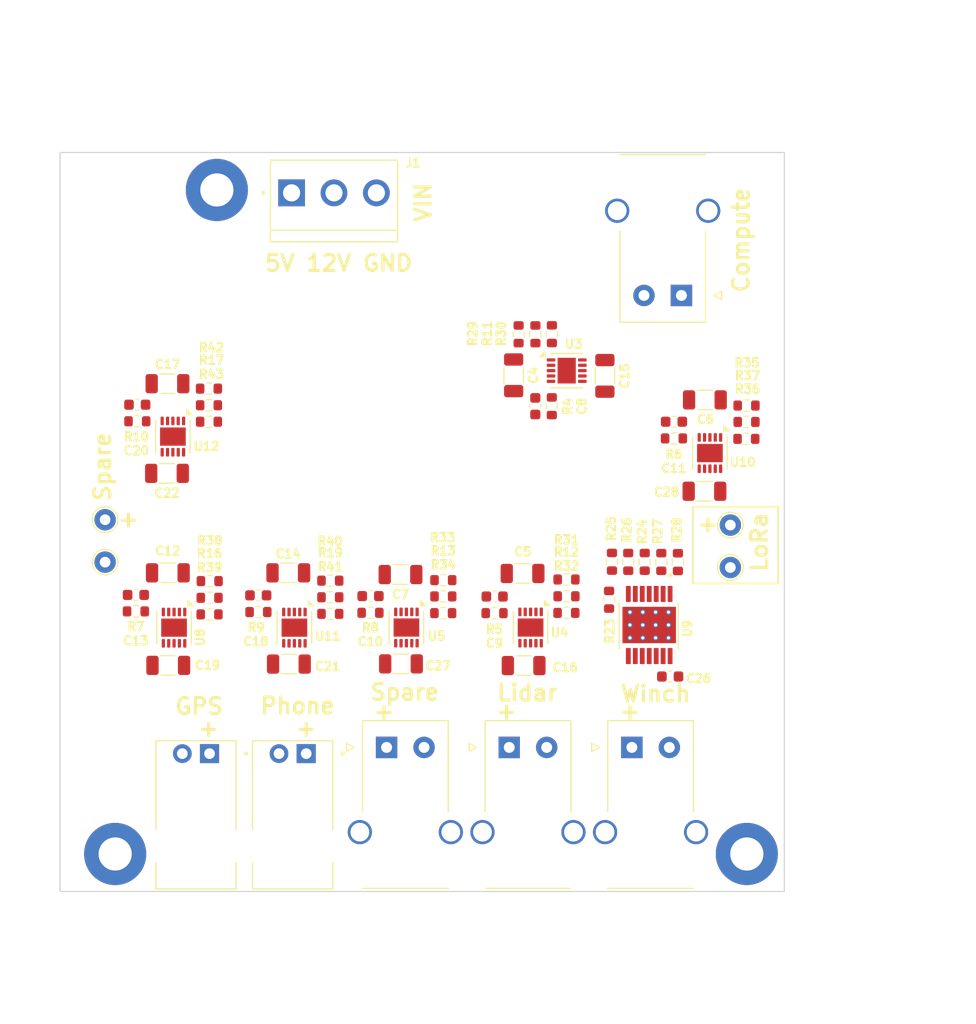
<source format=kicad_pcb>
(kicad_pcb (version 20241229) (generator "pcbnew") (generator_version "9.0")
  (layers (0 "F.Cu" signal) (4 "In1.Cu" power) (6 "In2.Cu" power) (2 "B.Cu" signal) (13 "F.Paste" user) (15 "B.Paste" user) (5 "F.SilkS" user "F.Silkscreen") (7 "B.SilkS" user "B.Silkscreen") (1 "F.Mask" user) (3 "B.Mask" user) (25 "Edge.Cuts" user))
  (net 0 "")
  (net 1 "GND")
  (net 2 "+12V")
  (net 3 "Net-(U3-SS)")
  (net 4 "Net-(U4-SS)")
  (net 5 "Net-(U5-SS)")
  (net 6 "Net-(U10-SS)")
  (net 7 "+5V")
  (net 8 "Net-(U8-SS)")
  (net 9 "/+12V-3A")
  (net 10 "/+12V-2.5A")
  (net 11 "Net-(U11-SS)")
  (net 12 "/+5V-2A")
  (net 13 "Net-(U12-SS)")
  (net 14 "/+5V-3A_1")
  (net 15 "/+5V-3A_2")
  (net 16 "/+12V-1A")
  (net 17 "/+12V-0.2A")
  (net 20 "Net-(U3-ILim)")
  (net 21 "Net-(U4-ILim)")
  (net 22 "Net-(U10-ILim)")
  (net 23 "Net-(U8-ILim)")
  (net 24 "Net-(U5-ILim)")
  (net 25 "Net-(U11-ILim)")
  (net 26 "Net-(U12-ILim)")
  (net 27 "Net-(U3-OVP)")
  (net 28 "Net-(U4-OVP)")
  (net 29 "Net-(U5-OVP)")
  (net 30 "Net-(U8-OVP)")
  (net 31 "Net-(U12-OVP)")
  (net 32 "Net-(U11-OVP)")
  (net 33 "Net-(U9-ILIM)")
  (net 34 "Net-(U9-~{FAULT})")
  (net 35 "Net-(U9-SNS)")
  (net 36 "Net-(U9-LATCH)")
  (net 37 "Net-(U9-DIAG_EN)")
  (net 38 "Net-(U9-EN)")
  (net 39 "Net-(U3-EN{slash}UVLO)")
  (net 40 "Net-(U4-EN{slash}UVLO)")
  (net 41 "Net-(U5-EN{slash}UVLO)")
  (net 42 "Net-(U10-EN{slash}UVLO)")
  (net 43 "Net-(U10-OVP)")
  (net 44 "Net-(U8-EN{slash}UVLO)")
  (net 45 "Net-(U11-EN{slash}UVLO)")
  (net 46 "Net-(U12-EN{slash}UVLO)")
  (net 52 "/+12V-7A")
  (footprint "Library:TestPoint_Loop_D2.50mm_Drill1.0mm" (layer "F.Cu") (at 102.562 87.2498)
    (property "Reference" "TP4" (hide yes))
    (property "Value" "Spare")
    (pad "1" thru_hole circle (at 0 0) (size 2 2) (drill 1) (layers "*.Cu" "*.Mask") (net 1 "GND"))
  )
  (footprint "Library:DFN-10-1EP_3x3mm_P0.5mm_EP1.7x2.5mm" (layer "F.Cu") (at 130.7045 93.3573 -90)
    (property "Reference" "U5" (at 0.7925 -2.8275 180) (layer "F.SilkS") (effects (font (size 0.8 0.8) (thickness 0.2))))
    (property "Value" "SIP32433ADN-T1E4")
    (pad "1" smd roundrect (at -1.4625 -1 270) (size 0.8 0.3) (layers "F.Cu" "F.Mask" "F.Paste") (net 2 "+12V"))
    (pad "2" smd roundrect (at -1.4625 -0.5 270) (size 0.8 0.3) (layers "F.Cu" "F.Mask" "F.Paste") (net 2 "+12V"))
    (pad "3" smd roundrect (at -1.4625 0 270) (size 0.8 0.3) (layers "F.Cu" "F.Mask" "F.Paste") (net 5 "Net-(U5-SS)"))
    (pad "4" smd roundrect (at -1.4625 0.5 270) (size 0.8 0.3) (layers "F.Cu" "F.Mask" "F.Paste") (net 41 "Net-(U5-EN{slash}UVLO)"))
    (pad "5" smd roundrect (at -1.4625 1 270) (size 0.8 0.3) (layers "F.Cu" "F.Mask" "F.Paste") (net 24 "Net-(U5-ILim)"))
    (pad "6" smd roundrect (at 1.4625 1 270) (size 0.8 0.3) (layers "F.Cu" "F.Mask" "F.Paste") (net 1 "GND"))
    (pad "7" smd roundrect (at 1.4625 0.5 270) (size 0.8 0.3) (layers "F.Cu" "F.Mask" "F.Paste") (net 29 "Net-(U5-OVP)"))
    (pad "8" smd roundrect (at 1.4625 0 270) (size 0.8 0.3) (layers "F.Cu" "F.Mask" "F.Paste"))
    (pad "9" smd roundrect (at 1.4625 -0.5 270) (size 0.8 0.3) (layers "F.Cu" "F.Mask" "F.Paste") (net 16 "/+12V-1A"))
    (pad "10" smd roundrect (at 1.4625 -1 270) (size 0.8 0.3) (layers "F.Cu" "F.Mask" "F.Paste") (net 16 "/+12V-1A"))
    (pad "11" smd rect (at 0 0 270) (size 1.7 2.4) (property pad_prop_heatsink) (layers "F.Cu" "F.Mask") (net 1 "GND"))
  )
  (footprint "Resistor_SMD:R_0603_1608Metric" (layer "F.Cu") (at 134.142 92.0098)
    (property "Reference" "R13" (at 0 -5.82 0) (layer "F.SilkS") (effects (font (size 0.8 0.8) (thickness 0.2))))
    (property "Value" "1k/0603/1%")
    (pad "1" smd roundrect (at -0.825 0) (size 0.8 0.95) (layers "F.Cu" "F.Mask" "F.Paste") (net 1 "GND"))
    (pad "2" smd roundrect (at 0.825 0) (size 0.8 0.95) (layers "F.Cu" "F.Mask" "F.Paste") (net 29 "Net-(U5-OVP)"))
  )
  (footprint "Capacitor_SMD:C_1206_3216Metric" (layer "F.Cu") (at 108.422 88.2498 180)
    (property "Reference" "C12" (at 0.01 2.05 0) (layer "F.SilkS") (effects (font (size 0.8 0.8) (thickness 0.2))))
    (property "Value" "10u/50V/1206")
    (pad "1" smd roundrect (at -1.475 0 180) (size 1.15 1.8) (layers "F.Cu" "F.Mask" "F.Paste") (roundrect_rratio 0.217391) (net 7 "+5V"))
    (pad "2" smd roundrect (at 1.475 0 180) (size 1.15 1.8) (layers "F.Cu" "F.Mask" "F.Paste") (roundrect_rratio 0.217391) (net 1 "GND"))
  )
  (footprint "Library:DFN-10-1EP_3x3mm_P0.5mm_EP1.7x2.5mm" (layer "F.Cu") (at 159.052 77.0673 -90)
    (property "Reference" "U10" (at 0.8425 -3.08 180) (layer "F.SilkS") (effects (font (size 0.8 0.8) (thickness 0.2))))
    (property "Value" "SIP32433ADN-T1E4")
    (pad "1" smd roundrect (at -1.4625 -1 270) (size 0.8 0.3) (layers "F.Cu" "F.Mask" "F.Paste") (net 2 "+12V"))
    (pad "2" smd roundrect (at -1.4625 -0.5 270) (size 0.8 0.3) (layers "F.Cu" "F.Mask" "F.Paste") (net 2 "+12V"))
    (pad "3" smd roundrect (at -1.4625 0 270) (size 0.8 0.3) (layers "F.Cu" "F.Mask" "F.Paste") (net 6 "Net-(U10-SS)"))
    (pad "4" smd roundrect (at -1.4625 0.5 270) (size 0.8 0.3) (layers "F.Cu" "F.Mask" "F.Paste") (net 42 "Net-(U10-EN{slash}UVLO)"))
    (pad "5" smd roundrect (at -1.4625 1 270) (size 0.8 0.3) (layers "F.Cu" "F.Mask" "F.Paste") (net 22 "Net-(U10-ILim)"))
    (pad "6" smd roundrect (at 1.4625 1 270) (size 0.8 0.3) (layers "F.Cu" "F.Mask" "F.Paste") (net 1 "GND"))
    (pad "7" smd roundrect (at 1.4625 0.5 270) (size 0.8 0.3) (layers "F.Cu" "F.Mask" "F.Paste") (net 43 "Net-(U10-OVP)"))
    (pad "8" smd roundrect (at 1.4625 0 270) (size 0.8 0.3) (layers "F.Cu" "F.Mask" "F.Paste"))
    (pad "9" smd roundrect (at 1.4625 -0.5 270) (size 0.8 0.3) (layers "F.Cu" "F.Mask" "F.Paste") (net 17 "/+12V-0.2A"))
    (pad "10" smd roundrect (at 1.4625 -1 270) (size 0.8 0.3) (layers "F.Cu" "F.Mask" "F.Paste") (net 17 "/+12V-0.2A"))
    (pad "11" smd rect (at 0 0 270) (size 1.7 2.4) (property pad_prop_heatsink) (layers "F.Cu" "F.Mask") (net 1 "GND"))
  )
  (footprint "Capacitor_SMD:C_1206_3216Metric" (layer "F.Cu") (at 119.672 88.2498 180)
    (property "Reference" "C14" (at 0 1.77 0) (layer "F.SilkS") (effects (font (size 0.8 0.8) (thickness 0.2))))
    (property "Value" "10u/50V/1206")
    (pad "1" smd roundrect (at -1.475 0 180) (size 1.15 1.8) (layers "F.Cu" "F.Mask" "F.Paste") (roundrect_rratio 0.217391) (net 7 "+5V"))
    (pad "2" smd roundrect (at 1.475 0 180) (size 1.15 1.8) (layers "F.Cu" "F.Mask" "F.Paste") (roundrect_rratio 0.217391) (net 1 "GND"))
  )
  (footprint "Capacitor_SMD:C_1206_3216Metric" (layer "F.Cu") (at 158.542 80.6298 180)
    (property "Reference" "C28" (at 3.54 -0.07 0) (layer "F.SilkS") (effects (font (size 0.8 0.8) (thickness 0.2))))
    (property "Value" "10u/50V/1206")
    (pad "1" smd roundrect (at -1.475 0 180) (size 1.15 1.8) (layers "F.Cu" "F.Mask" "F.Paste") (roundrect_rratio 0.217391) (net 17 "/+12V-0.2A"))
    (pad "2" smd roundrect (at 1.475 0 180) (size 1.15 1.8) (layers "F.Cu" "F.Mask" "F.Paste") (roundrect_rratio 0.217391) (net 1 "GND"))
  )
  (footprint "Resistor_SMD:R_0603_1608Metric" (layer "F.Cu") (at 151.422 87.2248 -90)
    (property "Reference" "R26" (at -2.975 0.13 90) (layer "F.SilkS") (effects (font (size 0.8 0.8) (thickness 0.2))))
    (property "Value" "4.99k/0603/1%")
    (pad "1" smd roundrect (at -0.825 0 270) (size 0.8 0.95) (layers "F.Cu" "F.Mask" "F.Paste") (net 7 "+5V"))
    (pad "2" smd roundrect (at 0.825 0 270) (size 0.8 0.95) (layers "F.Cu" "F.Mask" "F.Paste") (net 36 "Net-(U9-LATCH)"))
  )
  (footprint "Resistor_SMD:R_0603_1608Metric" (layer "F.Cu") (at 105.572 74.0998)
    (property "Reference" "R10" (at -0.095 1.44 0) (layer "F.SilkS") (effects (font (size 0.8 0.8) (thickness 0.2))))
    (property "Value" "1.8k/0603/1%")
    (pad "1" smd roundrect (at -0.825 0) (size 0.8 0.95) (layers "F.Cu" "F.Mask" "F.Paste") (net 1 "GND"))
    (pad "2" smd roundrect (at 0.825 0) (size 0.8 0.95) (layers "F.Cu" "F.Mask" "F.Paste") (net 26 "Net-(U12-ILim)"))
  )
  (footprint "Resistor_SMD:R_0603_1608Metric" (layer "F.Cu") (at 123.597 88.9798)
    (property "Reference" "R40" (at -0.035 -3.68 0) (layer "F.SilkS") (effects (font (size 0.8 0.8) (thickness 0.2))))
    (property "Value" "100k/0603/1%")
    (pad "1" smd roundrect (at -0.825 0) (size 0.8 0.95) (layers "F.Cu" "F.Mask" "F.Paste") (net 7 "+5V"))
    (pad "2" smd roundrect (at 0.825 0) (size 0.8 0.95) (layers "F.Cu" "F.Mask" "F.Paste") (net 45 "Net-(U11-EN{slash}UVLO)"))
  )
  (footprint "Library:DFN-10-1EP_3x3mm_P0.5mm_EP1.7x2.5mm" (layer "F.Cu") (at 145.6745 69.3698)
    (property "Reference" "U3" (at 0.6575 -2.48 0) (layer "F.SilkS") (effects (font (size 0.8 0.8) (thickness 0.2))))
    (property "Value" "SIP32433ADN-T1E4")
    (pad "1" smd roundrect (at -1.4625 -1) (size 0.8 0.3) (layers "F.Cu" "F.Mask" "F.Paste") (net 2 "+12V"))
    (pad "2" smd roundrect (at -1.4625 -0.5) (size 0.8 0.3) (layers "F.Cu" "F.Mask" "F.Paste") (net 2 "+12V"))
    (pad "3" smd roundrect (at -1.4625 0) (size 0.8 0.3) (layers "F.Cu" "F.Mask" "F.Paste") (net 3 "Net-(U3-SS)"))
    (pad "4" smd roundrect (at -1.4625 0.5) (size 0.8 0.3) (layers "F.Cu" "F.Mask" "F.Paste") (net 39 "Net-(U3-EN{slash}UVLO)"))
    (pad "5" smd roundrect (at -1.4625 1) (size 0.8 0.3) (layers "F.Cu" "F.Mask" "F.Paste") (net 20 "Net-(U3-ILim)"))
    (pad "6" smd roundrect (at 1.4625 1) (size 0.8 0.3) (layers "F.Cu" "F.Mask" "F.Paste") (net 1 "GND"))
    (pad "7" smd roundrect (at 1.4625 0.5) (size 0.8 0.3) (layers "F.Cu" "F.Mask" "F.Paste") (net 27 "Net-(U3-OVP)"))
    (pad "8" smd roundrect (at 1.4625 0) (size 0.8 0.3) (layers "F.Cu" "F.Mask" "F.Paste"))
    (pad "9" smd roundrect (at 1.4625 -0.5) (size 0.8 0.3) (layers "F.Cu" "F.Mask" "F.Paste") (net 9 "/+12V-3A"))
    (pad "10" smd roundrect (at 1.4625 -1) (size 0.8 0.3) (layers "F.Cu" "F.Mask" "F.Paste") (net 9 "/+12V-3A"))
    (pad "11" smd rect (at 0 0) (size 1.7 2.4) (property pad_prop_heatsink) (layers "F.Cu" "F.Mask") (net 1 "GND"))
  )
  (footprint "Resistor_SMD:R_0603_1608Metric" (layer "F.Cu") (at 145.647 91.9898)
    (property "Reference" "R12" (at 0 -5.69 0) (layer "F.SilkS") (effects (font (size 0.8 0.8) (thickness 0.2))))
    (property "Value" "1k/0603/1%")
    (pad "1" smd roundrect (at -0.825 0) (size 0.8 0.95) (layers "F.Cu" "F.Mask" "F.Paste") (net 1 "GND"))
    (pad "2" smd roundrect (at 0.825 0) (size 0.8 0.95) (layers "F.Cu" "F.Mask" "F.Paste") (net 28 "Net-(U4-OVP)"))
  )
  (footprint "Library:TE_5-104361-1" (layer "F.Cu") (at 121.343875 105.12905 180)
    (property "Reference" "Phone1" (hide yes))
    (property "Value" "Conn_01x02")
    (pad "" np_thru_hole circle (at -1.47 -8.64 180) (size 2.36 2.36) (drill 2.36) (layers "*.Cu" "*.Mask"))
    (pad "" np_thru_hole circle (at 4.01 -8.64 180) (size 2.36 2.36) (drill 2.36) (layers "*.Cu" "*.Mask"))
    (pad "1" thru_hole rect (at 0 0 180) (size 1.78 1.78) (drill 1) (layers "*.Cu" "*.Mask") (net 14 "/+5V-3A_1"))
    (pad "2" thru_hole circle (at 2.54 0 180) (size 1.75 1.75) (drill 1) (layers "*.Cu" "*.Mask") (net 1 "GND"))
  )
  (footprint "Resistor_SMD:R_0603_1608Metric" (layer "F.Cu") (at 162.472 72.6298)
    (property "Reference" "R35" (at 0.047258 -4 0) (layer "F.SilkS") (effects (font (size 0.8 0.8) (thickness 0.2))))
    (property "Value" "100k/0603/1%")
    (pad "1" smd roundrect (at -0.825 0) (size 0.8 0.95) (layers "F.Cu" "F.Mask" "F.Paste") (net 2 "+12V"))
    (pad "2" smd roundrect (at 0.825 0) (size 0.8 0.95) (layers "F.Cu" "F.Mask" "F.Paste") (net 42 "Net-(U10-EN{slash}UVLO)"))
  )
  (footprint "Capacitor_SMD:C_1206_3216Metric" (layer "F.Cu") (at 119.727 96.7698 180)
    (property "Reference" "C21" (at -3.615 -0.22 0) (layer "F.SilkS") (effects (font (size 0.8 0.8) (thickness 0.2))))
    (property "Value" "10u/50V/1206")
    (pad "1" smd roundrect (at -1.475 0 180) (size 1.15 1.8) (layers "F.Cu" "F.Mask" "F.Paste") (roundrect_rratio 0.217391) (net 14 "/+5V-3A_1"))
    (pad "2" smd roundrect (at 1.475 0 180) (size 1.15 1.8) (layers "F.Cu" "F.Mask" "F.Paste") (roundrect_rratio 0.217391) (net 1 "GND"))
  )
  (footprint "Resistor_SMD:R_0603_1608Metric" (layer "F.Cu") (at 149.632 90.7598 90)
    (property "Reference" "R23" (at -2.93 0.06 90) (layer "F.SilkS") (effects (font (size 0.8 0.8) (thickness 0.2))))
    (property "Value" "12.7k/0603/1%")
    (pad "1" smd roundrect (at -0.825 0 90) (size 0.8 0.95) (layers "F.Cu" "F.Mask" "F.Paste") (net 1 "GND"))
    (pad "2" smd roundrect (at 0.825 0 90) (size 0.8 0.95) (layers "F.Cu" "F.Mask" "F.Paste") (net 33 "Net-(U9-ILIM)"))
  )
  (footprint "Capacitor_SMD:C_1206_3216Metric" (layer "F.Cu") (at 108.462 96.8898 180)
    (property "Reference" "C19" (at -3.67 0.01 0) (layer "F.SilkS") (effects (font (size 0.8 0.8) (thickness 0.2))))
    (property "Value" "10u/50V/1206")
    (pad "1" smd roundrect (at -1.475 0 180) (size 1.15 1.8) (layers "F.Cu" "F.Mask" "F.Paste") (roundrect_rratio 0.217391) (net 12 "/+5V-2A"))
    (pad "2" smd roundrect (at 1.475 0 180) (size 1.15 1.8) (layers "F.Cu" "F.Mask" "F.Paste") (roundrect_rratio 0.217391) (net 1 "GND"))
  )
  (footprint "Capacitor_SMD:C_1206_3216Metric" (layer "F.Cu") (at 149.242 69.8598 -90)
    (property "Reference" "C15" (at 0 -1.85 90) (layer "F.SilkS") (effects (font (size 0.8 0.8) (thickness 0.2))))
    (property "Value" "10u/50V/1206")
    (pad "1" smd roundrect (at -1.475 0 270) (size 1.15 1.8) (layers "F.Cu" "F.Mask" "F.Paste") (roundrect_rratio 0.217391) (net 9 "/+12V-3A"))
    (pad "2" smd roundrect (at 1.475 0 270) (size 1.15 1.8) (layers "F.Cu" "F.Mask" "F.Paste") (roundrect_rratio 0.217391) (net 1 "GND"))
  )
  (footprint "Capacitor_SMD:C_1206_3216Metric" (layer "F.Cu") (at 140.722 69.8048 -90)
    (property "Reference" "C4" (at 0 -1.85 90) (layer "F.SilkS") (effects (font (size 0.8 0.8) (thickness 0.2))))
    (property "Value" "10u/50V/1206")
    (pad "1" smd roundrect (at -1.475 0 270) (size 1.15 1.8) (layers "F.Cu" "F.Mask" "F.Paste") (roundrect_rratio 0.217391) (net 2 "+12V"))
    (pad "2" smd roundrect (at 1.475 0 270) (size 1.15 1.8) (layers "F.Cu" "F.Mask" "F.Paste") (roundrect_rratio 0.217391) (net 1 "GND"))
  )
  (footprint "Library:DFN-10-1EP_3x3mm_P0.5mm_EP1.7x2.5mm" (layer "F.Cu") (at 120.242 93.3673 -90)
    (property "Reference" "U11" (at 0.7825 -3.13 180) (layer "F.SilkS") (effects (font (size 0.8 0.8) (thickness 0.2))))
    (property "Value" "SIP32433ADN-T1E4")
    (pad "1" smd roundrect (at -1.4625 -1 270) (size 0.8 0.3) (layers "F.Cu" "F.Mask" "F.Paste") (net 7 "+5V"))
    (pad "2" smd roundrect (at -1.4625 -0.5 270) (size 0.8 0.3) (layers "F.Cu" "F.Mask" "F.Paste") (net 7 "+5V"))
    (pad "3" smd roundrect (at -1.4625 0 270) (size 0.8 0.3) (layers "F.Cu" "F.Mask" "F.Paste") (net 11 "Net-(U11-SS)"))
    (pad "4" smd roundrect (at -1.4625 0.5 270) (size 0.8 0.3) (layers "F.Cu" "F.Mask" "F.Paste") (net 45 "Net-(U11-EN{slash}UVLO)"))
    (pad "5" smd roundrect (at -1.4625 1 270) (size 0.8 0.3) (layers "F.Cu" "F.Mask" "F.Paste") (net 25 "Net-(U11-ILim)"))
    (pad "6" smd roundrect (at 1.4625 1 270) (size 0.8 0.3) (layers "F.Cu" "F.Mask" "F.Paste") (net 1 "GND"))
    (pad "7" smd roundrect (at 1.4625 0.5 270) (size 0.8 0.3) (layers "F.Cu" "F.Mask" "F.Paste") (net 32 "Net-(U11-OVP)"))
    (pad "8" smd roundrect (at 1.4625 0 270) (size 0.8 0.3) (layers "F.Cu" "F.Mask" "F.Paste"))
    (pad "9" smd roundrect (at 1.4625 -0.5 270) (size 0.8 0.3) (layers "F.Cu" "F.Mask" "F.Paste") (net 14 "/+5V-3A_1"))
    (pad "10" smd roundrect (at 1.4625 -1 270) (size 0.8 0.3) (layers "F.Cu" "F.Mask" "F.Paste") (net 14 "/+5V-3A_1"))
    (pad "11" smd rect (at 0 0 270) (size 1.7 2.4) (property pad_prop_heatsink) (layers "F.Cu" "F.Mask") (net 1 "GND"))
  )
  (footprint "Resistor_SMD:R_0603_1608Metric" (layer "F.Cu") (at 138.937 92.0098)
    (property "Reference" "R5" (at -0.01 1.51 0) (layer "F.SilkS") (effects (font (size 0.8 0.8) (thickness 0.2))))
    (property "Value" "2.05k/0603/1%")
    (pad "1" smd roundrect (at -0.825 0) (size 0.8 0.95) (layers "F.Cu" "F.Mask" "F.Paste") (net 1 "GND"))
    (pad "2" smd roundrect (at 0.825 0) (size 0.8 0.95) (layers "F.Cu" "F.Mask" "F.Paste") (net 21 "Net-(U4-ILim)"))
  )
  (footprint "Resistor_SMD:R_0603_1608Metric" (layer "F.Cu") (at 134.152 88.9298)
    (property "Reference" "R33" (at -0.05 -3.97 0) (layer "F.SilkS") (effects (font (size 0.8 0.8) (thickness 0.2))))
    (property "Value" "100k/0603/1%")
    (pad "1" smd roundrect (at -0.825 0) (size 0.8 0.95) (layers "F.Cu" "F.Mask" "F.Paste") (net 2 "+12V"))
    (pad "2" smd roundrect (at 0.825 0) (size 0.8 0.95) (layers "F.Cu" "F.Mask" "F.Paste") (net 41 "Net-(U5-EN{slash}UVLO)"))
  )
  (footprint "Resistor_SMD:R_0603_1608Metric" (layer "F.Cu") (at 162.457 75.7398)
    (property "Reference" "R37" (at 0.1 -5.92 0) (layer "F.SilkS") (effects (font (size 0.8 0.8) (thickness 0.2))))
    (property "Value" "1k/0603/1%")
    (pad "1" smd roundrect (at -0.825 0) (size 0.8 0.95) (layers "F.Cu" "F.Mask" "F.Paste") (net 1 "GND"))
    (pad "2" smd roundrect (at 0.825 0) (size 0.8 0.95) (layers "F.Cu" "F.Mask" "F.Paste") (net 43 "Net-(U10-OVP)"))
  )
  (footprint "Library:TestPoint_Loop_D2.50mm_Drill1.0mm" (layer "F.Cu") (at 160.962 87.7498)
    (property "Reference" "TP2" (hide yes))
    (property "Value" "Lora")
    (pad "1" thru_hole circle (at 0 0) (size 2 2) (drill 1) (layers "*.Cu" "*.Mask") (net 1 "GND"))
  )
  (footprint "Resistor_SMD:R_0603_1608Metric" (layer "F.Cu") (at 112.317 92.1298)
    (property "Reference" "R16" (at 0 -5.69 0) (layer "F.SilkS") (effects (font (size 0.8 0.8) (thickness 0.2))))
    (property "Value" "1k/0603/1%")
    (pad "1" smd roundrect (at -0.825 0) (size 0.8 0.95) (layers "F.Cu" "F.Mask" "F.Paste") (net 1 "GND"))
    (pad "2" smd roundrect (at 0.825 0) (size 0.8 0.95) (layers "F.Cu" "F.Mask" "F.Paste") (net 30 "Net-(U8-OVP)"))
  )
  (footprint "Resistor_SMD:R_0603_1608Metric" (layer "F.Cu") (at 105.437 91.8498)
    (property "Reference" "R7" (at 0 1.42 0) (layer "F.SilkS") (effects (font (size 0.8 0.8) (thickness 0.2))))
    (property "Value" "2.43k/0603/1%")
    (pad "1" smd roundrect (at -0.825 0) (size 0.8 0.95) (layers "F.Cu" "F.Mask" "F.Paste") (net 1 "GND"))
    (pad "2" smd roundrect (at 0.825 0) (size 0.8 0.95) (layers "F.Cu" "F.Mask" "F.Paste") (net 23 "Net-(U8-ILim)"))
  )
  (footprint "Capacitor_SMD:C_1206_3216Metric" (layer "F.Cu") (at 158.582 72.0998 180)
    (property "Reference" "C6" (at -0.05 -1.81 0) (layer "F.SilkS") (effects (font (size 0.8 0.8) (thickness 0.2))))
    (property "Value" "10u/50V/1206")
    (pad "1" smd roundrect (at -1.475 0 180) (size 1.15 1.8) (layers "F.Cu" "F.Mask" "F.Paste") (roundrect_rratio 0.217391) (net 2 "+12V"))
    (pad "2" smd roundrect (at 1.475 0 180) (size 1.15 1.8) (layers "F.Cu" "F.Mask" "F.Paste") (roundrect_rratio 0.217391) (net 1 "GND"))
  )
  (footprint "Resistor_SMD:R_0603_1608Metric" (layer "F.Cu") (at 112.332 89.0198)
    (property "Reference" "R38" (at 0.01 -3.78 0) (layer "F.SilkS") (effects (font (size 0.8 0.8) (thickness 0.2))))
    (property "Value" "100k/0603/1%")
    (pad "1" smd roundrect (at -0.825 0) (size 0.8 0.95) (layers "F.Cu" "F.Mask" "F.Paste") (net 7 "+5V"))
    (pad "2" smd roundrect (at 0.825 0) (size 0.8 0.95) (layers "F.Cu" "F.Mask" "F.Paste") (net 44 "Net-(U8-EN{slash}UVLO)"))
  )
  (footprint "Library:IC_TPS1HC30BQPWPRQ1" (layer "F.Cu") (at 153.382 93.1198 -90)
    (property "Reference" "U9" (at 0.34 -3.56 90) (layer "F.SilkS") (effects (font (size 0.8 0.8) (thickness 0.2))))
    (property "Value" "TPS1HC30BQPWPRQ1")
    (pad "1" smd roundrect (at -2.9 -1.95 270) (size 1.5 0.45) (layers "F.Cu") (roundrect_rratio 0.11) (net 1 "GND"))
    (pad "2" smd roundrect (at -2.9 -1.3 270) (size 1.5 0.45) (layers "F.Cu") (roundrect_rratio 0.11) (net 38 "Net-(U9-EN)"))
    (pad "3" smd roundrect (at -2.9 -0.65 270) (size 1.5 0.45) (layers "F.Cu") (roundrect_rratio 0.11) (net 37 "Net-(U9-DIAG_EN)"))
    (pad "4" smd roundrect (at -2.9 0 270) (size 1.5 0.45) (layers "F.Cu") (roundrect_rratio 0.11) (net 34 "Net-(U9-~{FAULT})"))
    (pad "5" smd roundrect (at -2.9 0.65 270) (size 1.5 0.45) (layers "F.Cu") (roundrect_rratio 0.11) (net 36 "Net-(U9-LATCH)"))
    (pad "6" smd roundrect (at -2.9 1.3 270) (size 1.5 0.45) (layers "F.Cu") (roundrect_rratio 0.11) (net 35 "Net-(U9-SNS)"))
    (pad "7" smd roundrect (at -2.9 1.95 270) (size 1.5 0.45) (layers "F.Cu") (roundrect_rratio 0.11) (net 33 "Net-(U9-ILIM)"))
    (pad "8" smd roundrect (at 2.9 1.95 270) (size 1.5 0.45) (layers "F.Cu") (roundrect_rratio 0.11))
    (pad "9" smd roundrect (at 2.9 1.3 270) (size 1.5 0.45) (layers "F.Cu") (roundrect_rratio 0.11) (net 52 "/+12V-7A"))
    (pad "10" smd roundrect (at 2.9 0.65 270) (size 1.5 0.45) (layers "F.Cu") (roundrect_rratio 0.11) (net 52 "/+12V-7A"))
    (pad "11" smd roundrect (at 2.9 0 270) (size 1.5 0.45) (layers "F.Cu") (roundrect_rratio 0.11))
    (pad "12" smd roundrect (at 2.9 -0.65 270) (size 1.5 0.45) (layers "F.Cu") (roundrect_rratio 0.11) (net 2 "+12V"))
    (pad "13" smd roundrect (at 2.9 -1.3 270) (size 1.5 0.45) (layers "F.Cu") (roundrect_rratio 0.11) (net 2 "+12V"))
    (pad "14" smd roundrect (at 2.9 -1.95 270) (size 1.5 0.45) (layers "F.Cu") (roundrect_rratio 0.11))
    (pad "15" thru_hole circle (at -1.2 -1.8 270) (size 0.5 0.5) (drill 0.3) (layers "*.Cu") (net 1 "GND"))
    (pad "15" thru_hole circle (at -1.2 -0.6 270) (size 0.5 0.5) (drill 0.3) (layers "*.Cu") (net 1 "GND"))
    (pad "15" thru_hole circle (at -1.2 0.6 270) (size 0.5 0.5) (drill 0.3) (layers "*.Cu") (net 1 "GND"))
    (pad "15" thru_hole circle (at -1.2 1.8 270) (size 0.5 0.5) (drill 0.3) (layers "*.Cu") (net 1 "GND"))
    (pad "15" thru_hole circle (at 0 -1.8 270) (size 0.5 0.5) (drill 0.3) (layers "*.Cu") (net 1 "GND"))
    (pad "15" thru_hole circle (at 0 -0.6 270) (size 0.5 0.5) (drill 0.3) (layers "*.Cu") (net 1 "GND"))
    (pad "15" smd roundrect (at 0 0 270) (size 3.4 5) (layers "F.Cu") (roundrect_rratio 0.015) (net 1 "GND"))
    (pad "15" thru_hole circle (at 0 0.6 270) (size 0.5 0.5) (drill 0.3) (layers "*.Cu") (net 1 "GND"))
    (pad "15" thru_hole circle (at 0 1.8 270) (size 0.5 0.5) (drill 0.3) (layers "*.Cu") (net 1 "GND"))
    (pad "15" thru_hole circle (at 1.2 -1.8 270) (size 0.5 0.5) (drill 0.3) (layers "*.Cu") (net 1 "GND"))
    (pad "15" thru_hole circle (at 1.2 -0.6 270) (size 0.5 0.5) (drill 0.3) (layers "*.Cu") (net 1 "GND"))
    (pad "15" thru_hole circle (at 1.2 0.6 270) (size 0.5 0.5) (drill 0.3) (layers "*.Cu") (net 1 "GND"))
    (pad "15" thru_hole circle (at 1.2 1.8 270) (size 0.5 0.5) (drill 0.3) (layers "*.Cu") (net 1 "GND"))
  )
  (footprint "Library:MOLEX_1723103102" (layer "F.Cu") (at 140.307625 104.5498)
    (property "Reference" "Lidar1" (hide yes))
    (property "Value" "1723103102")
    (pad "" np_thru_hole circle (at 1.75 7.91) (size 3.05 3.05) (drill 3.05) (layers "*.Cu" "*.Mask"))
    (pad "1" thru_hole rect (at 0 0) (size 2 2) (drill 1.02) (layers "*.Cu") (net 10 "/+12V-2.5A"))
    (pad "2" thru_hole circle (at 3.5 0) (size 2 2) (drill 1.02) (layers "*.Cu") (net 1 "GND"))
    (pad "4" thru_hole circle (at -2.5 7.91) (size 2.2606 2.2606) (drill 1.7526) (layers "*.Cu" "*.Mask"))
    (pad "5" thru_hole circle (at 6 7.91) (size 2.2606 2.2606) (drill 1.7526) (layers "*.Cu" "*.Mask"))
  )
  (footprint "Capacitor_SMD:C_0603_1608Metric" (layer "F.Cu") (at 155.342 97.9298)
    (property "Reference" "C26" (at 2.65 0.19 0) (layer "F.SilkS") (effects (font (size 0.8 0.8) (thickness 0.2))))
    (property "Value" "100nF/50V/0603")
    (pad "1" smd roundrect (at -0.775 0) (size 0.9 0.95) (layers "F.Cu" "F.Mask" "F.Paste") (net 2 "+12V"))
    (pad "2" smd roundrect (at 0.775 0) (size 0.9 0.95) (layers "F.Cu" "F.Mask" "F.Paste") (net 1 "GND"))
  )
  (footprint "Capacitor_SMD:C_1206_3216Metric" (layer "F.Cu") (at 141.652 96.9098 180)
    (property "Reference" "C16" (at -3.89 -0.17 0) (layer "F.SilkS") (effects (font (size 0.8 0.8) (thickness 0.2))))
    (property "Value" "10u/50V/1206")
    (pad "1" smd roundrect (at -1.475 0 180) (size 1.15 1.8) (layers "F.Cu" "F.Mask" "F.Paste") (roundrect_rratio 0.217391) (net 10 "/+12V-2.5A"))
    (pad "2" smd roundrect (at 1.475 0 180) (size 1.15 1.8) (layers "F.Cu" "F.Mask" "F.Paste") (roundrect_rratio 0.217391) (net 1 "GND"))
  )
  (footprint "Capacitor_SMD:C_1206_3216Metric" (layer "F.Cu") (at 108.387 70.5898 180)
    (property "Reference" "C17" (at 0 1.81 0) (layer "F.SilkS") (effects (font (size 0.8 0.8) (thickness 0.2))))
    (property "Value" "10u/50V/1206")
    (pad "1" smd roundrect (at -1.475 0 180) (size 1.15 1.8) (layers "F.Cu" "F.Mask" "F.Paste") (roundrect_rratio 0.217391) (net 7 "+5V"))
    (pad "2" smd roundrect (at 1.475 0 180) (size 1.15 1.8) (layers "F.Cu" "F.Mask" "F.Paste") (roundrect_rratio 0.217391) (net 1 "GND"))
  )
  (footprint "Resistor_SMD:R_0603_1608Metric" (layer "F.Cu") (at 162.472 74.1598 180)
    (property "Reference" "R36" (at -0.1 3.06 0) (layer "F.SilkS") (effects (font (size 0.8 0.8) (thickness 0.2))))
    (property "Value" "10.7k/0603/1%")
    (pad "1" smd roundrect (at -0.825 0 180) (size 0.8 0.95) (layers "F.Cu" "F.Mask" "F.Paste") (net 43 "Net-(U10-OVP)"))
    (pad "2" smd roundrect (at 0.825 0 180) (size 0.8 0.95) (layers "F.Cu" "F.Mask" "F.Paste") (net 2 "+12V"))
  )
  (footprint "Library:MOLEX_1723103102" (layer "F.Cu") (at 156.392 62.3498 180)
    (property "Reference" "Computer1" (hide yes))
    (property "Value" "1723103102")
    (pad "" np_thru_hole circle (at 1.75 7.91 180) (size 3.05 3.05) (drill 3.05) (layers "*.Cu" "*.Mask"))
    (pad "1" thru_hole rect (at 0 0 180) (size 2 2) (drill 1.02) (layers "*.Cu") (net 9 "/+12V-3A"))
    (pad "2" thru_hole circle (at 3.5 0 180) (size 2 2) (drill 1.02) (layers "*.Cu") (net 1 "GND"))
    (pad "4" thru_hole circle (at -2.5 7.91 180) (size 2.2606 2.2606) (drill 1.7526) (layers "*.Cu" "*.Mask"))
    (pad "5" thru_hole circle (at 6 7.91 180) (size 2.2606 2.2606) (drill 1.7526) (layers "*.Cu" "*.Mask"))
  )
  (footprint "Resistor_SMD:R_0603_1608Metric" (layer "F.Cu") (at 154.512 87.2348 -90)
    (property "Reference" "R27" (at -2.855 0.34 90) (layer "F.SilkS") (effects (font (size 0.8 0.8) (thickness 0.2))))
    (property "Value" "4.99k/0603/1%")
    (pad "1" smd roundrect (at -0.825 0 270) (size 0.8 0.95) (layers "F.Cu" "F.Mask" "F.Paste") (net 7 "+5V"))
    (pad "2" smd roundrect (at 0.825 0 270) (size 0.8 0.95) (layers "F.Cu" "F.Mask" "F.Paste") (net 37 "Net-(U9-DIAG_EN)"))
  )
  (footprint "Resistor_SMD:R_0603_1608Metric" (layer "F.Cu") (at 134.152 90.4498 180)
    (property "Reference" "R34" (at 0 2.96 0) (layer "F.SilkS") (effects (font (size 0.8 0.8) (thickness 0.2))))
    (property "Value" "10.7k/0603/1%")
    (pad "1" smd roundrect (at -0.825 0 180) (size 0.8 0.95) (layers "F.Cu" "F.Mask" "F.Paste") (net 29 "Net-(U5-OVP)"))
    (pad "2" smd roundrect (at 0.825 0 180) (size 0.8 0.95) (layers "F.Cu" "F.Mask" "F.Paste") (net 2 "+12V"))
  )
  (footprint "Library:TestPoint_Loop_D2.50mm_Drill1.0mm" (layer "F.Cu") (at 160.962 83.7898)
    (property "Reference" "TP1" (hide yes))
    (property "Value" "Lora")
    (pad "1" thru_hole circle (at 0 0) (size 2 2) (drill 1) (layers "*.Cu" "*.Mask") (net 17 "/+12V-0.2A"))
  )
  (footprint "Capacitor_SMD:C_0603_1608Metric" (layer "F.Cu") (at 116.867 90.3498 180)
    (property "Reference" "C18" (at 0.222258 -4.31 0) (layer "F.SilkS") (effects (font (size 0.8 0.8) (thickness 0.2))))
    (property "Value" "120n/50V/0603")
    (pad "1" smd roundrect (at -0.775 0 180) (size 0.9 0.95) (layers "F.Cu" "F.Mask" "F.Paste") (net 11 "Net-(U11-SS)"))
    (pad "2" smd roundrect (at 0.775 0 180) (size 0.9 0.95) (layers "F.Cu" "F.Mask" "F.Paste") (net 1 "GND"))
  )
  (footprint "Resistor_SMD:R_0603_1608Metric" (layer "F.Cu") (at 156.062 87.2448 -90)
    (property "Reference" "R28" (at -2.995 0.1 90) (layer "F.SilkS") (effects (font (size 0.8 0.8) (thickness 0.2))))
    (property "Value" "4.99k/0603/1%")
    (pad "1" smd roundrect (at -0.825 0 270) (size 0.8 0.95) (layers "F.Cu" "F.Mask" "F.Paste") (net 7 "+5V"))
    (pad "2" smd roundrect (at 0.825 0 270) (size 0.8 0.95) (layers "F.Cu" "F.Mask" "F.Paste") (net 38 "Net-(U9-EN)"))
  )
  (footprint "Library:DFN-10-1EP_3x3mm_P0.5mm_EP1.7x2.5mm" (layer "F.Cu") (at 108.892 75.5273 -90)
    (property "Reference" "U12" (at 0.9125 -3.13 180) (layer "F.SilkS") (effects (font (size 0.8 0.8) (thickness 0.2))))
    (property "Value" "SIP32433ADN-T1E4")
    (pad "1" smd roundrect (at -1.4625 -1 270) (size 0.8 0.3) (layers "F.Cu" "F.Mask" "F.Paste") (net 7 "+5V"))
    (pad "2" smd roundrect (at -1.4625 -0.5 270) (size 0.8 0.3) (layers "F.Cu" "F.Mask" "F.Paste") (net 7 "+5V"))
    (pad "3" smd roundrect (at -1.4625 0 270) (size 0.8 0.3) (layers "F.Cu" "F.Mask" "F.Paste") (net 13 "Net-(U12-SS)"))
    (pad "4" smd roundrect (at -1.4625 0.5 270) (size 0.8 0.3) (layers "F.Cu" "F.Mask" "F.Paste") (net 46 "Net-(U12-EN{slash}UVLO)"))
    (pad "5" smd roundrect (at -1.4625 1 270) (size 0.8 0.3) (layers "F.Cu" "F.Mask" "F.Paste") (net 26 "Net-(U12-ILim)"))
    (pad "6" smd roundrect (at 1.4625 1 270) (size 0.8 0.3) (layers "F.Cu" "F.Mask" "F.Paste") (net 1 "GND"))
    (pad "7" smd roundrect (at 1.4625 0.5 270) (size 0.8 0.3) (layers "F.Cu" "F.Mask" "F.Paste") (net 31 "Net-(U12-OVP)"))
    (pad "8" smd roundrect (at 1.4625 0 270) (size 0.8 0.3) (layers "F.Cu" "F.Mask" "F.Paste"))
    (pad "9" smd roundrect (at 1.4625 -0.5 270) (size 0.8 0.3) (layers "F.Cu" "F.Mask" "F.Paste") (net 15 "/+5V-3A_2"))
    (pad "10" smd roundrect (at 1.4625 -1 270) (size 0.8 0.3) (layers "F.Cu" "F.Mask" "F.Paste") (net 15 "/+5V-3A_2"))
    (pad "11" smd rect (at 0 0 270) (size 1.7 2.4) (property pad_prop_heatsink) (layers "F.Cu" "F.Mask") (net 1 "GND"))
  )
  (footprint "Library:MOLEX_1723103102" (layer "F.Cu") (at 151.762 104.5498)
    (property "Reference" "Winch1" (hide yes))
    (property "Value" "1723103102")
    (pad "" np_thru_hole circle (at 1.75 7.91) (size 3.05 3.05) (drill 3.05) (layers "*.Cu" "*.Mask"))
    (pad "1" thru_hole rect (at 0 0) (size 2 2) (drill 1.02) (layers "*.Cu") (net 52 "/+12V-7A"))
    (pad "2" thru_hole circle (at 3.5 0) (size 2 2) (drill 1.02) (layers "*.Cu") (net 1 "GND"))
    (pad "4" thru_hole circle (at -2.5 7.91) (size 2.2606 2.2606) (drill 1.7526) (layers "*.Cu" "*.Mask"))
    (pad "5" thru_hole circle (at 6 7.91) (size 2.2606 2.2606) (drill 1.7526) (layers "*.Cu" "*.Mask"))
  )
  (footprint "Resistor_SMD:R_0603_1608Metric" (layer "F.Cu") (at 142.752 65.9748 -90)
    (property "Reference" "R30" (at -0.065 3.19 90) (layer "F.SilkS") (effects (font (size 0.8 0.8) (thickness 0.2))))
    (property "Value" "10.7k/0603/1%")
    (pad "1" smd roundrect (at -0.825 0 270) (size 0.8 0.95) (layers "F.Cu" "F.Mask" "F.Paste") (net 27 "Net-(U3-OVP)"))
    (pad "2" smd roundrect (at 0.825 0 270) (size 0.8 0.95) (layers "F.Cu" "F.Mask" "F.Paste") (net 2 "+12V"))
  )
  (footprint "Resistor_SMD:R_0603_1608Metric" (layer "F.Cu") (at 112.262 74.1398)
    (property "Reference" "R17" (at 0.237258 -5.75 0) (layer "F.SilkS") (effects (font (size 0.8 0.8) (thickness 0.2))))
    (property "Value" "1k/0603/1%")
    (pad "1" smd roundrect (at -0.825 0) (size 0.8 0.95) (layers "F.Cu" "F.Mask" "F.Paste") (net 1 "GND"))
    (pad "2" smd roundrect (at 0.825 0) (size 0.8 0.95) (layers "F.Cu" "F.Mask" "F.Paste") (net 31 "Net-(U12-OVP)"))
  )
  (footprint "Capacitor_SMD:C_0603_1608Metric" (layer "F.Cu") (at 105.567 72.5498 180)
    (property "Reference" "C20" (at 0.095 -4.3 0) (layer "F.SilkS") (effects (font (size 0.8 0.8) (thickness 0.2))))
    (property "Value" "120n/50V/0603")
    (pad "1" smd roundrect (at -0.775 0 180) (size 0.9 0.95) (layers "F.Cu" "F.Mask" "F.Paste") (net 13 "Net-(U12-SS)"))
    (pad "2" smd roundrect (at 0.775 0 180) (size 0.9 0.95) (layers "F.Cu" "F.Mask" "F.Paste") (net 1 "GND"))
  )
  (footprint "Resistor_SMD:R_0603_1608Metric" (layer "F.Cu") (at 112.262 72.5998 180)
    (property "Reference" "R43" (at -0.237258 2.89 0) (layer "F.SilkS") (effects (font (size 0.8 0.8) (thickness 0.2))))
    (property "Value" "4.87k/0603/1%")
    (pad "1" smd roundrect (at -0.825 0 180) (size 0.8 0.95) (layers "F.Cu" "F.Mask" "F.Paste") (net 31 "Net-(U12-OVP)"))
    (pad "2" smd roundrect (at 0.825 0 180) (size 0.8 0.95) (layers "F.Cu" "F.Mask" "F.Paste") (net 7 "+5V"))
  )
  (footprint "Capacitor_SMD:C_1206_3216Metric" (layer "F.Cu") (at 141.552 88.3098 180)
    (property "Reference" "C5" (at -0.03 2.03 0) (layer "F.SilkS") (effects (font (size 0.8 0.8) (thickness 0.2))))
    (property "Value" "10u/50V/1206")
    (pad "1" smd roundrect (at -1.475 0 180) (size 1.15 1.8) (layers "F.Cu" "F.Mask" "F.Paste") (roundrect_rratio 0.217391) (net 2 "+12V"))
    (pad "2" smd roundrect (at 1.475 0 180) (size 1.15 1.8) (layers "F.Cu" "F.Mask" "F.Paste") (roundrect_rratio 0.217391) (net 1 "GND"))
  )
  (footprint "Resistor_SMD:R_0603_1608Metric" (layer "F.Cu") (at 112.262 71.0498)
    (property "Reference" "R42" (at 0.24 -3.84 0) (layer "F.SilkS") (effects (font (size 0.8 0.8) (thickness 0.2))))
    (property "Value" "100k/0603/1%")
    (pad "1" smd roundrect (at -0.825 0) (size 0.8 0.95) (layers "F.Cu" "F.Mask" "F.Paste") (net 7 "+5V"))
    (pad "2" smd roundrect (at 0.825 0) (size 0.8 0.95) (layers "F.Cu" "F.Mask" "F.Paste") (net 46 "Net-(U12-EN{slash}UVLO)"))
  )
  (footprint "Capacitor_SMD:C_1206_3216Metric" (layer "F.Cu") (at 130.152 88.4098 180)
    (property "Reference" "C7" (at 0 -1.85 0) (layer "F.SilkS") (effects (font (size 0.8 0.8) (thickness 0.2))))
    (property "Value" "10u/50V/1206")
    (pad "1" smd roundrect (at -1.475 0 180) (size 1.15 1.8) (layers "F.Cu" "F.Mask" "F.Paste") (roundrect_rratio 0.217391) (net 2 "+12V"))
    (pad "2" smd roundrect (at 1.475 0 180) (size 1.15 1.8) (layers "F.Cu" "F.Mask" "F.Paste") (roundrect_rratio 0.217391) (net 1 "GND"))
  )
  (footprint "Capacitor_SMD:C_1206_3216Metric" (layer "F.Cu") (at 130.197 96.7498 180)
    (property "Reference" "C27" (at -3.455 -0.19 0) (layer "F.SilkS") (effects (font (size 0.8 0.8) (thickness 0.2))))
    (property "Value" "10u/50V/1206")
    (pad "1" smd roundrect (at -1.475 0 180) (size 1.15 1.8) (layers "F.Cu" "F.Mask" "F.Paste") (roundrect_rratio 0.217391) (net 16 "/+12V-1A"))
    (pad "2" smd roundrect (at 1.475 0 180) (size 1.15 1.8) (layers "F.Cu" "F.Mask" "F.Paste") (roundrect_rratio 0.217391) (net 1 "GND"))
  )
  (footprint "Library:MOLEX_1723103102" (layer "F.Cu") (at 128.85325 104.5498)
    (property "Reference" "Spare1" (hide yes))
    (property "Value" "1723103102")
    (pad "" np_thru_hole circle (at 1.75 7.91) (size 3.05 3.05) (drill 3.05) (layers "*.Cu" "*.Mask"))
    (pad "1" thru_hole rect (at 0 0) (size 2 2) (drill 1.02) (layers "*.Cu") (net 16 "/+12V-1A"))
    (pad "2" thru_hole circle (at 3.5 0) (size 2 2) (drill 1.02) (layers "*.Cu") (net 1 "GND"))
    (pad "4" thru_hole circle (at -2.5 7.91) (size 2.2606 2.2606) (drill 1.7526) (layers "*.Cu" "*.Mask"))
    (pad "5" thru_hole circle (at 6 7.91) (size 2.2606 2.2606) (drill 1.7526) (layers "*.Cu" "*.Mask"))
  )
  (footprint "Resistor_SMD:R_0603_1608Metric" (layer "F.Cu") (at 144.282 72.6948 90)
    (property "Reference" "R4" (at -0.005 1.49 90) (layer "F.SilkS") (effects (font (size 0.8 0.8) (thickness 0.2))))
    (property "Value" "1.8k/0603/1%")
    (pad "1" smd roundrect (at -0.825 0 90) (size 0.8 0.95) (layers "F.Cu" "F.Mask" "F.Paste") (net 1 "GND"))
    (pad "2" smd roundrect (at 0.825 0 90) (size 0.8 0.95) (layers "F.Cu" "F.Mask" "F.Paste") (net 20 "Net-(U3-ILim)"))
  )
  (footprint "Library:TE_5-104361-1" (layer "F.Cu") (at 112.3145 105.12905 180)
    (property "Reference" "GPS1" (hide yes))
    (property "Value" "Conn_01x02")
    (pad "" np_thru_hole circle (at -1.47 -8.64 180) (size 2.36 2.36) (drill 2.36) (layers "*.Cu" "*.Mask"))
    (pad "" np_thru_hole circle (at 4.01 -8.64 180) (size 2.36 2.36) (drill 2.36) (layers "*.Cu" "*.Mask"))
    (pad "1" thru_hole rect (at 0 0 180) (size 1.78 1.78) (drill 1) (layers "*.Cu" "*.Mask") (net 12 "/+5V-2A"))
    (pad "2" thru_hole circle (at 2.54 0 180) (size 1.75 1.75) (drill 1) (layers "*.Cu" "*.Mask") (net 1 "GND"))
  )
  (footprint "Capacitor_SMD:C_0603_1608Metric" (layer "F.Cu") (at 142.742 72.6898 -90)
    (property "Reference" "C8" (at 0.005 -4.35 90) (layer "F.SilkS") (effects (font (size 0.8 0.8) (thickness 0.2))))
    (property "Value" "120n/50V/0603")
    (pad "1" smd roundrect (at -0.775 0 270) (size 0.9 0.95) (layers "F.Cu" "F.Mask" "F.Paste") (net 3 "Net-(U3-SS)"))
    (pad "2" smd roundrect (at 0.775 0 270) (size 0.9 0.95) (layers "F.Cu" "F.Mask" "F.Paste") (net 1 "GND"))
  )
  (footprint "Library:TestPoint_Loop_D2.50mm_Drill1.0mm" (layer "F.Cu") (at 102.562 83.2898)
    (property "Reference" "TP3" (hide yes))
    (property "Value" "Spare")
    (pad "1" thru_hole circle (at 0 0) (size 2 2) (drill 1) (layers "*.Cu" "*.Mask") (net 15 "/+5V-3A_2"))
  )
  (footprint "Library:DFN-10-1EP_3x3mm_P0.5mm_EP1.7x2.5mm" (layer "F.Cu") (at 109.002 93.3673 -90)
    (property "Reference" "U8" (at 0.9025 -2.43 90) (layer "F.SilkS") (effects (font (size 0.8 0.8) (thickness 0.2))))
    (property "Value" "SIP32433ADN-T1E4")
    (pad "1" smd roundrect (at -1.4625 -1 270) (size 0.8 0.3) (layers "F.Cu" "F.Mask" "F.Paste") (net 7 "+5V"))
    (pad "2" smd roundrect (at -1.4625 -0.5 270) (size 0.8 0.3) (layers "F.Cu" "F.Mask" "F.Paste") (net 7 "+5V"))
    (pad "3" smd roundrect (at -1.4625 0 270) (size 0.8 0.3) (layers "F.Cu" "F.Mask" "F.Paste") (net 8 "Net-(U8-SS)"))
    (pad "4" smd roundrect (at -1.4625 0.5 270) (size 0.8 0.3) (layers "F.Cu" "F.Mask" "F.Paste") (net 44 "Net-(U8-EN{slash}UVLO)"))
    (pad "5" smd roundrect (at -1.4625 1 270) (size 0.8 0.3) (layers "F.Cu" "F.Mask" "F.Paste") (net 23 "Net-(U8-ILim)"))
    (pad "6" smd roundrect (at 1.4625 1 270) (size 0.8 0.3) (layers "F.Cu" "F.Mask" "F.Paste") (net 1 "GND"))
    (pad "7" smd roundrect (at 1.4625 0.5 270) (size 0.8 0.3) (layers "F.Cu" "F.Mask" "F.Paste") (net 30 "Net-(U8-OVP)"))
    (pad "8" smd roundrect (at 1.4625 0 270) (size 0.8 0.3) (layers "F.Cu" "F.Mask" "F.Paste"))
    (pad "9" smd roundrect (at 1.4625 -0.5 270) (size 0.8 0.3) (layers "F.Cu" "F.Mask" "F.Paste") (net 12 "/+5V-2A"))
    (pad "10" smd roundrect (at 1.4625 -1 270) (size 0.8 0.3) (layers "F.Cu" "F.Mask" "F.Paste") (net 12 "/+5V-2A"))
    (pad "11" smd rect (at 0 0 270) (size 1.7 2.4) (property pad_prop_heatsink) (layers "F.Cu" "F.Mask") (net 1 "GND"))
  )
  (footprint "Resistor_SMD:R_0603_1608Metric" (layer "F.Cu") (at 123.597 92.0798)
    (property "Reference" "R19" (at 0 -5.71 0) (layer "F.SilkS") (effects (font (size 0.8 0.8) (thickness 0.2))))
    (property "Value" "1k/0603/1%")
    (pad "1" smd roundrect (at -0.825 0) (size 0.8 0.95) (layers "F.Cu" "F.Mask" "F.Paste") (net 1 "GND"))
    (pad "2" smd roundrect (at 0.825 0) (size 0.8 0.95) (layers "F.Cu" "F.Mask" "F.Paste") (net 32 "Net-(U11-OVP)"))
  )
  (footprint "Resistor_SMD:R_0603_1608Metric" (layer "F.Cu") (at 127.347 91.9798)
    (property "Reference" "R8" (at -0.005 1.39 0) (layer "F.SilkS") (effects (font (size 0.8 0.8) (thickness 0.2))))
    (property "Value" "4.12k/0603/1%")
    (pad "1" smd roundrect (at -0.825 0) (size 0.8 0.95) (layers "F.Cu" "F.Mask" "F.Paste") (net 1 "GND"))
    (pad "2" smd roundrect (at 0.825 0) (size 0.8 0.95) (layers "F.Cu" "F.Mask" "F.Paste") (net 24 "Net-(U5-ILim)"))
  )
  (footprint "Capacitor_SMD:C_0603_1608Metric" (layer "F.Cu") (at 105.437 90.3098 180)
    (property "Reference" "C13" (at 0 -4.28 0) (layer "F.SilkS") (effects (font (size 0.8 0.8) (thickness 0.2))))
    (property "Value" "120n/50V/0603")
    (pad "1" smd roundrect (at -0.775 0 180) (size 0.9 0.95) (layers "F.Cu" "F.Mask" "F.Paste") (net 8 "Net-(U8-SS)"))
    (pad "2" smd roundrect (at 0.775 0 180) (size 0.9 0.95) (layers "F.Cu" "F.Mask" "F.Paste") (net 1 "GND"))
  )
  (footprint "Capacitor_SMD:C_0603_1608Metric" (layer "F.Cu") (at 127.352 90.4198 180)
    (property "Reference" "C10" (at 0.005 -4.25 0) (layer "F.SilkS") (effects (font (size 0.8 0.8) (thickness 0.2))))
    (property "Value" "120n/50V/0603")
    (pad "1" smd roundrect (at -0.775 0 180) (size 0.9 0.95) (layers "F.Cu" "F.Mask" "F.Paste") (net 5 "Net-(U5-SS)"))
    (pad "2" smd roundrect (at 0.775 0 180) (size 0.9 0.95) (layers "F.Cu" "F.Mask" "F.Paste") (net 1 "GND"))
  )
  (footprint "Resistor_SMD:R_0603_1608Metric" (layer "F.Cu") (at 116.882 91.9098)
    (property "Reference" "R9" (at -0.222258 1.45 0) (layer "F.SilkS") (effects (font (size 0.8 0.8) (thickness 0.2))))
    (property "Value" "1.8k/0603/1%")
    (pad "1" smd roundrect (at -0.825 0) (size 0.8 0.95) (layers "F.Cu" "F.Mask" "F.Paste") (net 1 "GND"))
    (pad "2" smd roundrect (at 0.825 0) (size 0.8 0.95) (layers "F.Cu" "F.Mask" "F.Paste") (net 25 "Net-(U11-ILim)"))
  )
  (footprint "Capacitor_SMD:C_0603_1608Metric" (layer "F.Cu") (at 138.947 90.4598 180)
    (property "Reference" "C9" (at 0.01 -4.37 0) (layer "F.SilkS") (effects (font (size 0.8 0.8) (thickness 0.2))))
    (property "Value" "120n/50V/0603")
    (pad "1" smd roundrect (at -0.775 0 180) (size 0.9 0.95) (layers "F.Cu" "F.Mask" "F.Paste") (net 4 "Net-(U4-SS)"))
    (pad "2" smd roundrect (at 0.775 0 180) (size 0.9 0.95) (layers "F.Cu" "F.Mask" "F.Paste") (net 1 "GND"))
  )
  (footprint "Resistor_SMD:R_0603_1608Metric" (layer "F.Cu") (at 141.182 65.9748 90)
    (property "Reference" "R29" (at 0.065 -4.29 90) (layer "F.SilkS") (effects (font (size 0.8 0.8) (thickness 0.2))))
    (property "Value" "100k/0603/1%")
    (pad "1" smd roundrect (at -0.825 0 90) (size 0.8 0.95) (layers "F.Cu" "F.Mask" "F.Paste") (net 2 "+12V"))
    (pad "2" smd roundrect (at 0.825 0 90) (size 0.8 0.95) (layers "F.Cu" "F.Mask" "F.Paste") (net 39 "Net-(U3-EN{slash}UVLO)"))
  )
  (footprint "Resistor_SMD:R_0603_1608Metric" (layer "F.Cu") (at 152.962 87.2248 90)
    (property "Reference" "R24" (at 2.815 -0.23 90) (layer "F.SilkS") (effects (font (size 0.8 0.8) (thickness 0.2))))
    (property "Value" "10k/0603/1%")
    (pad "1" smd roundrect (at -0.825 0 90) (size 0.8 0.95) (layers "F.Cu" "F.Mask" "F.Paste") (net 34 "Net-(U9-~{FAULT})"))
    (pad "2" smd roundrect (at 0.825 0 90) (size 0.8 0.95) (layers "F.Cu" "F.Mask" "F.Paste") (net 7 "+5V"))
  )
  (footprint "Capacitor_SMD:C_1206_3216Metric" (layer "F.Cu") (at 108.342 78.9598 180)
    (property "Reference" "C22" (at 0 -1.85 0) (layer "F.SilkS") (effects (font (size 0.8 0.8) (thickness 0.2))))
    (property "Value" "10u/50V/1206")
    (pad "1" smd roundrect (at -1.475 0 180) (size 1.15 1.8) (layers "F.Cu" "F.Mask" "F.Paste") (roundrect_rratio 0.217391) (net 15 "/+5V-3A_2"))
    (pad "2" smd roundrect (at 1.475 0 180) (size 1.15 1.8) (layers "F.Cu" "F.Mask" "F.Paste") (roundrect_rratio 0.217391) (net 1 "GND"))
  )
  (footprint "Resistor_SMD:R_0603_1608Metric" (layer "F.Cu") (at 145.657 90.4398 180)
    (property "Reference" "R32" (at 0 2.83 0) (layer "F.SilkS") (effects (font (size 0.8 0.8) (thickness 0.2))))
    (property "Value" "10.7k/0603/1%")
    (pad "1" smd roundrect (at -0.825 0 180) (size 0.8 0.95) (layers "F.Cu" "F.Mask" "F.Paste") (net 28 "Net-(U4-OVP)"))
    (pad "2" smd roundrect (at 0.825 0 180) (size 0.8 0.95) (layers "F.Cu" "F.Mask" "F.Paste") (net 2 "+12V"))
  )
  (footprint "Resistor_SMD:R_0603_1608Metric" (layer "F.Cu") (at 149.902 87.2148 90)
    (property "Reference" "R25" (at 3.085 -0.07 90) (layer "F.SilkS") (effects (font (size 0.8 0.8) (thickness 0.2))))
    (property "Value" "1k/0603/1%")
    (pad "1" smd roundrect (at -0.825 0 90) (size 0.8 0.95) (layers "F.Cu" "F.Mask" "F.Paste") (net 35 "Net-(U9-SNS)"))
    (pad "2" smd roundrect (at 0.825 0 90) (size 0.8 0.95) (layers "F.Cu" "F.Mask" "F.Paste") (net 1 "GND"))
  )
  (footprint "Resistor_SMD:R_0603_1608Metric" (layer "F.Cu") (at 155.692 75.6998)
    (property "Reference" "R6" (at -0.005 1.49 0) (layer "F.SilkS") (effects (font (size 0.8 0.8) (thickness 0.2))))
    (property "Value" "6.19k/0603/1%")
    (pad "1" smd roundrect (at -0.825 0) (size 0.8 0.95) (layers "F.Cu" "F.Mask" "F.Paste") (net 1 "GND"))
    (pad "2" smd roundrect (at 0.825 0) (size 0.8 0.95) (layers "F.Cu" "F.Mask" "F.Paste") (net 22 "Net-(U10-ILim)"))
  )
  (footprint "Capacitor_SMD:C_0603_1608Metric" (layer "F.Cu") (at 155.697 74.1398 180)
    (property "Reference" "C11" (at 0.005 -4.35 0) (layer "F.SilkS") (effects (font (size 0.8 0.8) (thickness 0.2))))
    (property "Value" "120n/50V/0603")
    (pad "1" smd roundrect (at -0.775 0 180) (size 0.9 0.95) (layers "F.Cu" "F.Mask" "F.Paste") (net 6 "Net-(U10-SS)"))
    (pad "2" smd roundrect (at 0.775 0 180) (size 0.9 0.95) (layers "F.Cu" "F.Mask" "F.Paste") (net 1 "GND"))
  )
  (footprint "Library:TE_640388-3" (layer "F.Cu") (at 123.9395 52.7698 180)
    (property "Reference" "J1" (at -7.3825 2.8 0) (layer "F.SilkS") (effects (font (size 0.8 0.8) (thickness 0.2))))
    (property "Value" "640388-3")
    (pad "1" thru_hole rect (at 3.96 0 180) (size 2.5 2.5) (drill 1.6) (layers "*.Cu" "*.Mask") (net 7 "+5V"))
    (pad "2" thru_hole circle (at 0 0 180) (size 2.5 2.5) (drill 1.6) (layers "*.Cu" "*.Mask") (net 2 "+12V"))
    (pad "3" thru_hole circle (at -3.96 0 180) (size 2.5 2.5) (drill 1.6) (layers "*.Cu" "*.Mask") (net 1 "GND"))
  )
  (footprint "Library:DFN-10-1EP_3x3mm_P0.5mm_EP1.7x2.5mm" (layer "F.Cu") (at 142.302 93.3573 -90)
    (property "Reference" "U4" (at 0.4725 -2.7 180) (layer "F.SilkS") (effects (font (size 0.8 0.8) (thickness 0.2))))
    (property "Value" "SIP32433ADN-T1E4")
    (pad "1" smd roundrect (at -1.4625 -1 270) (size 0.8 0.3) (layers "F.Cu" "F.Mask" "F.Paste") (net 2 "+12V"))
    (pad "2" smd roundrect (at -1.4625 -0.5 270) (size 0.8 0.3) (layers "F.Cu" "F.Mask" "F.Paste") (net 2 "+12V"))
    (pad "3" smd roundrect (at -1.4625 0 270) (size 0.8 0.3) (layers "F.Cu" "F.Mask" "F.Paste") (net 4 "Net-(U4-SS)"))
    (pad "4" smd roundrect (at -1.4625 0.5 270) (size 0.8 0.3) (layers "F.Cu" "F.Mask" "F.Paste") (net 40 "Net-(U4-EN{slash}UVLO)"))
    (pad "5" smd roundrect (at -1.4625 1 270) (size 0.8 0.3) (layers "F.Cu" "F.Mask" "F.Paste") (net 21 "Net-(U4-ILim)"))
    (pad "6" smd roundrect (at 1.4625 1 270) (size 0.8 0.3) (layers "F.Cu" "F.Mask" "F.Paste") (net 1 "GND"))
    (pad "7" smd roundrect (at 1.4625 0.5 270) (size 0.8 0.3) (layers "F.Cu" "F.Mask" "F.Paste") (net 28 "Net-(U4-OVP)"))
    (pad "8" smd roundrect (at 1.4625 0 270) (size 0.8 0.3) (layers "F.Cu" "F.Mask" "F.Paste"))
    (pad "9" smd roundrect (at 1.4625 -0.5 270) (size 0.8 0.3) (layers "F.Cu" "F.Mask" "F.Paste") (net 10 "/+12V-2.5A"))
    (pad "10" smd roundrect (at 1.4625 -1 270) (size 0.8 0.3) (layers "F.Cu" "F.Mask" "F.Paste") (net 10 "/+12V-2.5A"))
    (pad "11" smd rect (at 0 0 270) (size 1.7 2.4) (property pad_prop_heatsink) (layers "F.Cu" "F.Mask") (net 1 "GND"))
  )
  (footprint "Resistor_SMD:R_0603_1608Metric" (layer "F.Cu") (at 112.322 90.5798 180)
    (property "Reference" "R39" (at 0 2.83 0) (layer "F.SilkS") (effects (font (size 0.8 0.8) (thickness 0.2))))
    (property "Value" "4.87k/0603/1%")
    (pad "1" smd roundrect (at -0.825 0 180) (size 0.8 0.95) (layers "F.Cu" "F.Mask" "F.Paste") (net 30 "Net-(U8-OVP)"))
    (pad "2" smd roundrect (at 0.825 0 180) (size 0.8 0.95) (layers "F.Cu" "F.Mask" "F.Paste") (net 7 "+5V"))
  )
  (footprint "Resistor_SMD:R_0603_1608Metric" (layer "F.Cu") (at 144.292 65.9648 90)
    (property "Reference" "R11" (at 0.065 -6.05 90) (layer "F.SilkS") (effects (font (size 0.8 0.8) (thickness 0.2))))
    (property "Value" "1k/0603/1%")
    (pad "1" smd roundrect (at -0.825 0 90) (size 0.8 0.95) (layers "F.Cu" "F.Mask" "F.Paste") (net 1 "GND"))
    (pad "2" smd roundrect (at 0.825 0 90) (size 0.8 0.95) (layers "F.Cu" "F.Mask" "F.Paste") (net 27 "Net-(U3-OVP)"))
  )
  (footprint "Resistor_SMD:R_0603_1608Metric" (layer "F.Cu") (at 123.597 90.5298 180)
    (property "Reference" "R41" (at 0 2.85 0) (layer "F.SilkS") (effects (font (size 0.8 0.8) (thickness 0.2))))
    (property "Value" "4.87k/0603/1%")
    (pad "1" smd roundrect (at -0.825 0 180) (size 0.8 0.95) (layers "F.Cu" "F.Mask" "F.Paste") (net 32 "Net-(U11-OVP)"))
    (pad "2" smd roundrect (at 0.825 0 180) (size 0.8 0.95) (layers "F.Cu" "F.Mask" "F.Paste") (net 7 "+5V"))
  )
  (footprint "Resistor_SMD:R_0603_1608Metric" (layer "F.Cu") (at 145.657 88.8698)
    (property "Reference" "R31" (at -0.005 -3.71 0) (layer "F.SilkS") (effects (font (size 0.8 0.8) (thickness 0.2))))
    (property "Value" "100k/0603/1%")
    (pad "1" smd roundrect (at -0.825 0) (size 0.8 0.95) (layers "F.Cu" "F.Mask" "F.Paste") (net 2 "+12V"))
    (pad "2" smd roundrect (at 0.825 0) (size 0.8 0.95) (layers "F.Cu" "F.Mask" "F.Paste") (net 40 "Net-(U4-EN{slash}UVLO)"))
  )
  (gr_rect (start 157.462 82.0698) (end 165.422 89.2398) (stroke (width 0.15)) (fill no) (layer "F.SilkS"))
  (gr_rect (start 98.349 49) (end 166 118) (stroke (width 0.1)) (fill no) (layer "Edge.Cuts"))
  (gr_text "Spare" (at 127.162 100.2598 0) (layer "F.SilkS") (effects (font (size 1.5 1.5) (thickness 0.3) (bold yes)) (justify left bottom)))
  (gr_text "Compute" (at 162.832 62.2398 90) (layer "F.SilkS") (effects (font (size 1.5 1.5) (thickness 0.3) (bold yes)) (justify left bottom)))
  (gr_text "+" (at 139.292 100.1498 270) (layer "F.SilkS") (effects (font (size 1.5 1.5) (thickness 0.3) (bold yes)) (justify left bottom)))
  (gr_text "VIN\n" (at 133.142 55.6398 90) (layer "F.SilkS") (effects (font (size 1.5 1.5) (thickness 0.3) (bold yes)) (justify left bottom)))
  (gr_text "+" (at 120.572 101.7398 270) (layer "F.SilkS") (effects (font (size 1.5 1.5) (thickness 0.3) (bold yes)) (justify left bottom)))
  (gr_text "GPS" (at 108.932 101.5898 0) (layer "F.SilkS") (effects (font (size 1.5 1.5) (thickness 0.3) (bold yes)) (justify left bottom)))
  (gr_text "Lidar" (at 139.012 100.3198 0) (layer "F.SilkS") (effects (font (size 1.5 1.5) (thickness 0.3) (bold yes)) (justify left bottom)))
  (gr_text "+" (at 111.462 101.7398 270) (layer "F.SilkS") (effects (font (size 1.5 1.5) (thickness 0.3) (bold yes)) (justify left bottom)))
  (gr_text "+" (at 103.972 82.2098 270) (layer "F.SilkS") (effects (font (size 1.5 1.5) (thickness 0.3) (bold yes)) (justify left bottom)))
  (gr_text "Phone\n" (at 116.912 101.5398 0) (layer "F.SilkS") (effects (font (size 1.5 1.5) (thickness 0.3) (bold yes)) (justify left bottom)))
  (gr_text "Spare" (at 103.202 81.7198 90) (layer "F.SilkS") (effects (font (size 1.5 1.5) (thickness 0.3) (bold yes)) (justify left bottom)))
  (gr_text "Winch" (at 150.572 100.4098 0) (layer "F.SilkS") (effects (font (size 1.5 1.5) (thickness 0.3) (bold yes)) (justify left bottom)))
  (gr_text "+" (at 150.812 100.1398 270) (layer "F.SilkS") (effects (font (size 1.5 1.5) (thickness 0.3) (bold yes)) (justify left bottom)))
  (gr_text "LoRa " (at 164.552 88.2898 90) (layer "F.SilkS") (effects (font (size 1.5 1.5) (thickness 0.3) (bold yes)) (justify left bottom)))
  (gr_text "5V 12V GND" (at 117.322 60.2098 0) (layer "F.SilkS") (effects (font (size 1.5 1.5) (thickness 0.3) (bold yes)) (justify left bottom)))
  (gr_text "+" (at 158.092 82.6598 270) (layer "F.SilkS") (effects (font (size 1.5 1.5) (thickness 0.3) (bold yes)) (justify left bottom)))
  (gr_text "+" (at 127.842 100.1498 270) (layer "F.SilkS") (effects (font (size 1.5 1.5) (thickness 0.3) (bold yes)) (justify left bottom)))
  (via (at 113 52.5) (size 5.8) (drill 3.1) (layers "F.Cu" "B.Cu") (net 0))
  (via (at 103.5 114.5) (size 5.8) (drill 3.1) (layers "F.Cu" "B.Cu") (net 0))
  (via (at 162.5 114.5) (size 5.8) (drill 3.1) (layers "F.Cu" "B.Cu") (net 0))
)
</source>
